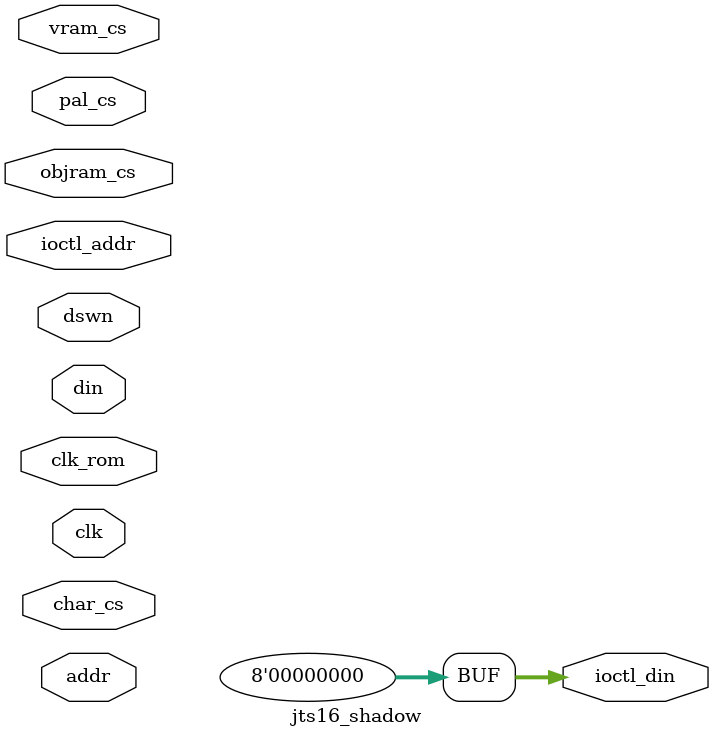
<source format=v>
/*  This file is part of JTS16.
    JTS16 program is free software: you can redistribute it and/or modify
    it under the terms of the GNU General Public License as published by
    the Free Software Foundation, either version 3 of the License, or
    (at your option) any later version.

    JTS16 program is distributed in the hope that it will be useful,
    but WITHOUT ANY WARRANTY; without even the implied warranty of
    MERCHANTABILITY or FITNESS FOR A PARTICULAR PURPOSE.  See the
    GNU General Public License for more details.

    You should have received a copy of the GNU General Public License
    along with JTS16.  If not, see <http://www.gnu.org/licenses/>.

    Author: Jose Tejada Gomez. Twitter: @topapate
    Version: 1.0
    Date: 30-6-2021 */

module jts16_shadow(
    input            clk,
    input            clk_rom,

    // Capture SDRAM bank 0 inputs
    input      [14:1] addr,
    input             char_cs,    //  4k
    input             vram_cs,    // 32k
    input             pal_cs,     //  4k
    input             objram_cs,  //  2k
    input      [15:0] din,
    input      [ 1:0] dswn,  // write mask -active low

    // Let data be dumped via NVRAM interface
    input      [15:0] ioctl_addr,
    output     [ 7:0] ioctl_din
);

`ifndef MISTER
    assign ioctl_din = 0;
`else

wire [15:0] vram_dout, char_dout, pal_dout, objram_dout;
reg  [15:0] dout;

wire [ 1:0] vram_we   = vram_cs   ? ~dswn : 2'b0;
wire [ 1:0] char_we   = char_cs   ? ~dswn : 2'b0;
wire [ 1:0] pal_we    = pal_cs    ? ~dswn : 2'b0;
wire [ 1:0] objram_we = objram_cs ? ~dswn : 2'b0;

assign ioctl_din = ioctl_addr[0] ? dout[15:8] : dout[7:0];

always @(posedge clk) begin
    casez( ioctl_addr[15:12] )
        8'b0???: dout <= vram_dout;
        8'b1??0: dout <= char_dout;
        8'b1??1: dout <= pal_dout;
        default: dout <= objram_dout;
    endcase
end

jtframe_dual_ram16 #(.aw(14)) u_vram(
    .clk0       ( clk       ),
    .clk1       ( clk_rom   ),
    // CPU writes
    .data0      ( din       ),
    .addr0      ( addr      ),
    .we0        ( vram_we   ),
    .q0         (           ),
    // hps_io reads
    .data1      (           ),
    .addr1      ( ioctl_addr[14:1] ),
    .we1        ( 2'b0      ),
    .q1         ( vram_dout )
);

jtframe_dual_ram16 #(.aw(11)) u_char(
    .clk0       ( clk       ),
    .clk1       ( clk_rom   ),
    // CPU writes
    .data0      ( din       ),
    .addr0      ( addr[11:1]),
    .we0        ( char_we   ),
    .q0         (           ),
    // hps_io reads
    .data1      (           ),
    .addr1      ( ioctl_addr[11:1] ),
    .we1        ( 2'b0      ),
    .q1         ( char_dout )
);

jtframe_dual_ram16 #(.aw(11)) u_pal(
    .clk0       ( clk       ),
    .clk1       ( clk_rom   ),
    // CPU writes
    .data0      ( din       ),
    .addr0      ( addr[11:1]),
    .we0        ( pal_we    ),
    .q0         (           ),
    // hps_io reads
    .data1      (           ),
    .addr1      ( ioctl_addr[11:1] ),
    .we1        ( 2'b0      ),
    .q1         ( pal_dout )
);

jtframe_dual_ram16 #(.aw(10)) u_objram(
    .clk0       ( clk       ),
    .clk1       ( clk_rom   ),
    // CPU writes
    .data0      ( din       ),
    .addr0      ( addr[10:1]),
    .we0        ( objram_we ),
    .q0         (           ),
    // hps_io reads
    .data1      (           ),
    .addr1      ( ioctl_addr[10:1] ),
    .we1        ( 2'b0      ),
    .q1         ( objram_dout )
);

`endif
endmodule
</source>
